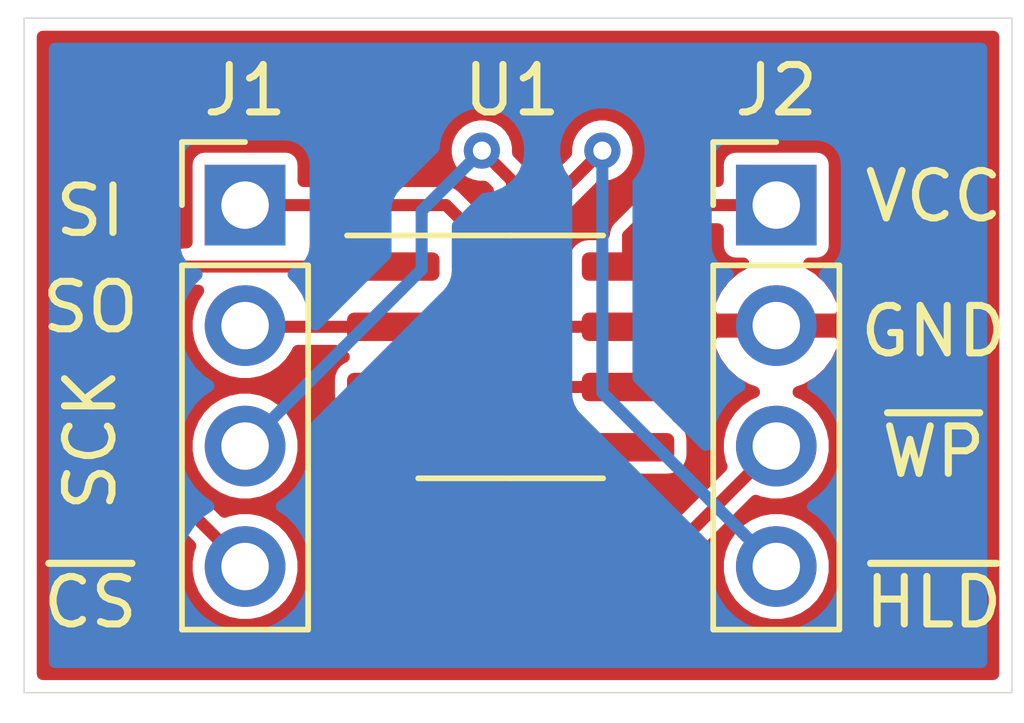
<source format=kicad_pcb>
(kicad_pcb (version 20171130) (host pcbnew 5.1.7+dfsg1-1)

  (general
    (thickness 1.6)
    (drawings 12)
    (tracks 42)
    (zones 0)
    (modules 3)
    (nets 9)
  )

  (page A4)
  (layers
    (0 F.Cu signal hide)
    (31 B.Cu signal)
    (32 B.Adhes user)
    (33 F.Adhes user)
    (34 B.Paste user)
    (35 F.Paste user)
    (36 B.SilkS user)
    (37 F.SilkS user)
    (38 B.Mask user)
    (39 F.Mask user)
    (40 Dwgs.User user)
    (41 Cmts.User user)
    (42 Eco1.User user)
    (43 Eco2.User user)
    (44 Edge.Cuts user)
    (45 Margin user)
    (46 B.CrtYd user)
    (47 F.CrtYd user)
    (48 B.Fab user)
    (49 F.Fab user)
  )

  (setup
    (last_trace_width 0.254)
    (trace_clearance 0.254)
    (zone_clearance 0.508)
    (zone_45_only no)
    (trace_min 0.000152)
    (via_size 0.762)
    (via_drill 0.381)
    (via_min_size 0.000686)
    (via_min_drill 0.00033)
    (uvia_size 0.762)
    (uvia_drill 0.381)
    (uvias_allowed no)
    (uvia_min_size 0.000686)
    (uvia_min_drill 0.00033)
    (edge_width 0.05)
    (segment_width 0.2)
    (pcb_text_width 0.3)
    (pcb_text_size 1.5 1.5)
    (mod_edge_width 0.12)
    (mod_text_size 1 1)
    (mod_text_width 0.15)
    (pad_size 1.524 1.524)
    (pad_drill 0.762)
    (pad_to_mask_clearance 0.0508)
    (solder_mask_min_width 0.1016)
    (aux_axis_origin 0 0)
    (visible_elements FFFFFF7F)
    (pcbplotparams
      (layerselection 0x010f0_ffffffff)
      (usegerberextensions true)
      (usegerberattributes true)
      (usegerberadvancedattributes true)
      (creategerberjobfile true)
      (excludeedgelayer true)
      (linewidth 0.100000)
      (plotframeref false)
      (viasonmask false)
      (mode 1)
      (useauxorigin false)
      (hpglpennumber 1)
      (hpglpenspeed 20)
      (hpglpendiameter 15.000000)
      (psnegative false)
      (psa4output false)
      (plotreference true)
      (plotvalue false)
      (plotinvisibletext false)
      (padsonsilk true)
      (subtractmaskfromsilk false)
      (outputformat 1)
      (mirror false)
      (drillshape 0)
      (scaleselection 1)
      (outputdirectory "gerber/"))
  )

  (net 0 "")
  (net 1 "Net-(J1-Pad1)")
  (net 2 "Net-(J1-Pad2)")
  (net 3 "Net-(J1-Pad3)")
  (net 4 "Net-(J1-Pad4)")
  (net 5 "Net-(J2-Pad4)")
  (net 6 "Net-(J2-Pad3)")
  (net 7 "Net-(J2-Pad2)")
  (net 8 "Net-(J2-Pad1)")

  (net_class Default "This is the default net class."
    (clearance 0.254)
    (trace_width 0.254)
    (via_dia 0.762)
    (via_drill 0.381)
    (uvia_dia 0.762)
    (uvia_drill 0.381)
    (add_net "Net-(J1-Pad1)")
    (add_net "Net-(J1-Pad2)")
    (add_net "Net-(J1-Pad3)")
    (add_net "Net-(J1-Pad4)")
    (add_net "Net-(J2-Pad1)")
    (add_net "Net-(J2-Pad2)")
    (add_net "Net-(J2-Pad3)")
    (add_net "Net-(J2-Pad4)")
  )

  (module Connector_PinHeader_2.54mm:PinHeader_1x04_P2.54mm_Vertical (layer F.Cu) (tedit 59FED5CC) (tstamp 5F9CE284)
    (at 155.027 96.4)
    (descr "Through hole straight pin header, 1x04, 2.54mm pitch, single row")
    (tags "Through hole pin header THT 1x04 2.54mm single row")
    (path /5F9CA9EA)
    (fp_text reference J1 (at 0 -2.42) (layer F.SilkS)
      (effects (font (size 1 1) (thickness 0.15)))
    )
    (fp_text value Conn_01x04_Male (at 0 9.95) (layer F.Fab)
      (effects (font (size 1 1) (thickness 0.15)))
    )
    (fp_line (start -0.635 -1.27) (end 1.27 -1.27) (layer F.Fab) (width 0.1))
    (fp_line (start 1.27 -1.27) (end 1.27 8.89) (layer F.Fab) (width 0.1))
    (fp_line (start 1.27 8.89) (end -1.27 8.89) (layer F.Fab) (width 0.1))
    (fp_line (start -1.27 8.89) (end -1.27 -0.635) (layer F.Fab) (width 0.1))
    (fp_line (start -1.27 -0.635) (end -0.635 -1.27) (layer F.Fab) (width 0.1))
    (fp_line (start -1.33 8.95) (end 1.33 8.95) (layer F.SilkS) (width 0.12))
    (fp_line (start -1.33 1.27) (end -1.33 8.95) (layer F.SilkS) (width 0.12))
    (fp_line (start 1.33 1.27) (end 1.33 8.95) (layer F.SilkS) (width 0.12))
    (fp_line (start -1.33 1.27) (end 1.33 1.27) (layer F.SilkS) (width 0.12))
    (fp_line (start -1.33 0) (end -1.33 -1.33) (layer F.SilkS) (width 0.12))
    (fp_line (start -1.33 -1.33) (end 0 -1.33) (layer F.SilkS) (width 0.12))
    (fp_line (start -1.8 -1.8) (end -1.8 9.4) (layer F.CrtYd) (width 0.05))
    (fp_line (start -1.8 9.4) (end 1.8 9.4) (layer F.CrtYd) (width 0.05))
    (fp_line (start 1.8 9.4) (end 1.8 -1.8) (layer F.CrtYd) (width 0.05))
    (fp_line (start 1.8 -1.8) (end -1.8 -1.8) (layer F.CrtYd) (width 0.05))
    (fp_text user %R (at 0 3.81 90) (layer F.Fab)
      (effects (font (size 1 1) (thickness 0.15)))
    )
    (pad 1 thru_hole rect (at 0 0) (size 1.7 1.7) (drill 1) (layers *.Cu *.Mask)
      (net 1 "Net-(J1-Pad1)"))
    (pad 2 thru_hole oval (at 0 2.54) (size 1.7 1.7) (drill 1) (layers *.Cu *.Mask)
      (net 2 "Net-(J1-Pad2)"))
    (pad 3 thru_hole oval (at 0 5.08) (size 1.7 1.7) (drill 1) (layers *.Cu *.Mask)
      (net 3 "Net-(J1-Pad3)"))
    (pad 4 thru_hole oval (at 0 7.62) (size 1.7 1.7) (drill 1) (layers *.Cu *.Mask)
      (net 4 "Net-(J1-Pad4)"))
    (model ${KISYS3DMOD}/Connector_PinHeader_2.54mm.3dshapes/PinHeader_1x04_P2.54mm_Vertical.wrl
      (at (xyz 0 0 0))
      (scale (xyz 1 1 1))
      (rotate (xyz 0 0 0))
    )
  )

  (module Connector_PinHeader_2.54mm:PinHeader_1x04_P2.54mm_Vertical (layer F.Cu) (tedit 59FED5CC) (tstamp 5F9CDEC5)
    (at 166.227 96.4)
    (descr "Through hole straight pin header, 1x04, 2.54mm pitch, single row")
    (tags "Through hole pin header THT 1x04 2.54mm single row")
    (path /5F9CCD38)
    (fp_text reference J2 (at 0 -2.42) (layer F.SilkS)
      (effects (font (size 1 1) (thickness 0.15)))
    )
    (fp_text value Conn_01x04_Male (at 0 9.95) (layer F.Fab)
      (effects (font (size 1 1) (thickness 0.15)))
    )
    (fp_line (start 1.8 -1.8) (end -1.8 -1.8) (layer F.CrtYd) (width 0.05))
    (fp_line (start 1.8 9.4) (end 1.8 -1.8) (layer F.CrtYd) (width 0.05))
    (fp_line (start -1.8 9.4) (end 1.8 9.4) (layer F.CrtYd) (width 0.05))
    (fp_line (start -1.8 -1.8) (end -1.8 9.4) (layer F.CrtYd) (width 0.05))
    (fp_line (start -1.33 -1.33) (end 0 -1.33) (layer F.SilkS) (width 0.12))
    (fp_line (start -1.33 0) (end -1.33 -1.33) (layer F.SilkS) (width 0.12))
    (fp_line (start -1.33 1.27) (end 1.33 1.27) (layer F.SilkS) (width 0.12))
    (fp_line (start 1.33 1.27) (end 1.33 8.95) (layer F.SilkS) (width 0.12))
    (fp_line (start -1.33 1.27) (end -1.33 8.95) (layer F.SilkS) (width 0.12))
    (fp_line (start -1.33 8.95) (end 1.33 8.95) (layer F.SilkS) (width 0.12))
    (fp_line (start -1.27 -0.635) (end -0.635 -1.27) (layer F.Fab) (width 0.1))
    (fp_line (start -1.27 8.89) (end -1.27 -0.635) (layer F.Fab) (width 0.1))
    (fp_line (start 1.27 8.89) (end -1.27 8.89) (layer F.Fab) (width 0.1))
    (fp_line (start 1.27 -1.27) (end 1.27 8.89) (layer F.Fab) (width 0.1))
    (fp_line (start -0.635 -1.27) (end 1.27 -1.27) (layer F.Fab) (width 0.1))
    (fp_text user %R (at 0 3.81 90) (layer F.Fab)
      (effects (font (size 1 1) (thickness 0.15)))
    )
    (pad 4 thru_hole oval (at 0 7.62) (size 1.7 1.7) (drill 1) (layers *.Cu *.Mask)
      (net 5 "Net-(J2-Pad4)"))
    (pad 3 thru_hole oval (at 0 5.08) (size 1.7 1.7) (drill 1) (layers *.Cu *.Mask)
      (net 6 "Net-(J2-Pad3)"))
    (pad 2 thru_hole oval (at 0 2.54) (size 1.7 1.7) (drill 1) (layers *.Cu *.Mask)
      (net 7 "Net-(J2-Pad2)"))
    (pad 1 thru_hole rect (at 0 0) (size 1.7 1.7) (drill 1) (layers *.Cu *.Mask)
      (net 8 "Net-(J2-Pad1)"))
    (model ${KISYS3DMOD}/Connector_PinHeader_2.54mm.3dshapes/PinHeader_1x04_P2.54mm_Vertical.wrl
      (at (xyz 0 0 0))
      (scale (xyz 1 1 1))
      (rotate (xyz 0 0 0))
    )
  )

  (module Package_SO:SOIC-8_3.9x4.9mm_P1.27mm (layer F.Cu) (tedit 5D9F72B1) (tstamp 5F9CDF3E)
    (at 160.627 99.6)
    (descr "SOIC, 8 Pin (JEDEC MS-012AA, https://www.analog.com/media/en/package-pcb-resources/package/pkg_pdf/soic_narrow-r/r_8.pdf), generated with kicad-footprint-generator ipc_gullwing_generator.py")
    (tags "SOIC SO")
    (path /5F9C9757)
    (attr smd)
    (fp_text reference U1 (at 0.028 -5.62) (layer F.SilkS)
      (effects (font (size 1 1) (thickness 0.15)))
    )
    (fp_text value AT25SF081-SSHD-X (at 0 3.4) (layer F.Fab)
      (effects (font (size 1 1) (thickness 0.15)))
    )
    (fp_line (start 0 2.56) (end 1.95 2.56) (layer F.SilkS) (width 0.12))
    (fp_line (start 0 2.56) (end -1.95 2.56) (layer F.SilkS) (width 0.12))
    (fp_line (start 0 -2.56) (end 1.95 -2.56) (layer F.SilkS) (width 0.12))
    (fp_line (start 0 -2.56) (end -3.45 -2.56) (layer F.SilkS) (width 0.12))
    (fp_line (start -0.975 -2.45) (end 1.95 -2.45) (layer F.Fab) (width 0.1))
    (fp_line (start 1.95 -2.45) (end 1.95 2.45) (layer F.Fab) (width 0.1))
    (fp_line (start 1.95 2.45) (end -1.95 2.45) (layer F.Fab) (width 0.1))
    (fp_line (start -1.95 2.45) (end -1.95 -1.475) (layer F.Fab) (width 0.1))
    (fp_line (start -1.95 -1.475) (end -0.975 -2.45) (layer F.Fab) (width 0.1))
    (fp_line (start -3.7 -2.7) (end -3.7 2.7) (layer F.CrtYd) (width 0.05))
    (fp_line (start -3.7 2.7) (end 3.7 2.7) (layer F.CrtYd) (width 0.05))
    (fp_line (start 3.7 2.7) (end 3.7 -2.7) (layer F.CrtYd) (width 0.05))
    (fp_line (start 3.7 -2.7) (end -3.7 -2.7) (layer F.CrtYd) (width 0.05))
    (fp_text user %R (at 0 0) (layer F.Fab)
      (effects (font (size 0.98 0.98) (thickness 0.15)))
    )
    (pad 1 smd roundrect (at -2.475 -1.905) (size 1.95 0.6) (layers F.Cu F.Paste F.Mask) (roundrect_rratio 0.25)
      (net 4 "Net-(J1-Pad4)"))
    (pad 2 smd roundrect (at -2.475 -0.635) (size 1.95 0.6) (layers F.Cu F.Paste F.Mask) (roundrect_rratio 0.25)
      (net 2 "Net-(J1-Pad2)"))
    (pad 3 smd roundrect (at -2.475 0.635) (size 1.95 0.6) (layers F.Cu F.Paste F.Mask) (roundrect_rratio 0.25)
      (net 6 "Net-(J2-Pad3)"))
    (pad 4 smd roundrect (at -2.475 1.905) (size 1.95 0.6) (layers F.Cu F.Paste F.Mask) (roundrect_rratio 0.25)
      (net 7 "Net-(J2-Pad2)"))
    (pad 5 smd roundrect (at 2.475 1.905) (size 1.95 0.6) (layers F.Cu F.Paste F.Mask) (roundrect_rratio 0.25)
      (net 1 "Net-(J1-Pad1)"))
    (pad 6 smd roundrect (at 2.475 0.635) (size 1.95 0.6) (layers F.Cu F.Paste F.Mask) (roundrect_rratio 0.25)
      (net 3 "Net-(J1-Pad3)"))
    (pad 7 smd roundrect (at 2.475 -0.635) (size 1.95 0.6) (layers F.Cu F.Paste F.Mask) (roundrect_rratio 0.25)
      (net 5 "Net-(J2-Pad4)"))
    (pad 8 smd roundrect (at 2.475 -1.905) (size 1.95 0.6) (layers F.Cu F.Paste F.Mask) (roundrect_rratio 0.25)
      (net 8 "Net-(J2-Pad1)"))
    (model ${KISYS3DMOD}/Package_SO.3dshapes/SOIC-8_3.9x4.9mm_P1.27mm.wrl
      (at (xyz 0 0 0))
      (scale (xyz 1 1 1))
      (rotate (xyz 0 0 0))
    )
  )

  (gr_text ~CS (at 151.765 104.775) (layer F.SilkS)
    (effects (font (size 1 1) (thickness 0.15)))
  )
  (gr_text SCK (at 151.765 101.346 90) (layer F.SilkS)
    (effects (font (size 1 1) (thickness 0.15)))
  )
  (gr_text SO (at 151.765 98.552) (layer F.SilkS)
    (effects (font (size 1 1) (thickness 0.15)))
  )
  (gr_text SI (at 151.765 96.52) (layer F.SilkS)
    (effects (font (size 1 1) (thickness 0.15)))
  )
  (gr_text VCC (at 169.545 96.2152) (layer F.SilkS)
    (effects (font (size 1 1) (thickness 0.15)))
  )
  (gr_line (start 171.196 106.68) (end 150.368 106.68) (layer Edge.Cuts) (width 0.0254) (tstamp 5F9CE2CD))
  (gr_line (start 171.196 92.456) (end 171.196 106.68) (layer Edge.Cuts) (width 0.0254))
  (gr_line (start 150.368 92.456) (end 171.196 92.456) (layer Edge.Cuts) (width 0.0254))
  (gr_line (start 150.368 106.68) (end 150.368 92.456) (layer Edge.Cuts) (width 0.0254))
  (gr_text ~HLD (at 169.545 104.775) (layer F.SilkS)
    (effects (font (size 1 1) (thickness 0.15)))
  )
  (gr_text ~WP (at 169.545 101.6) (layer F.SilkS)
    (effects (font (size 1 1) (thickness 0.15)))
  )
  (gr_text GND (at 169.545 99.06) (layer F.SilkS)
    (effects (font (size 1 1) (thickness 0.15)))
  )

  (segment (start 163.102 101.505) (end 161.195 101.505) (width 0.254) (layer F.Cu) (net 1))
  (segment (start 160.52801 100.83801) (end 160.52801 100.45699) (width 0.254) (layer F.Cu) (net 1))
  (segment (start 161.195 101.505) (end 160.52801 100.83801) (width 0.254) (layer F.Cu) (net 1))
  (segment (start 160.52801 100.45699) (end 160.02 99.94898) (width 0.254) (layer F.Cu) (net 1))
  (segment (start 160.02 99.94898) (end 160.02 97.155) (width 0.254) (layer F.Cu) (net 1))
  (segment (start 159.265 96.4) (end 155.027 96.4) (width 0.254) (layer F.Cu) (net 1))
  (segment (start 160.02 97.155) (end 159.265 96.4) (width 0.254) (layer F.Cu) (net 1))
  (segment (start 155.052 98.965) (end 155.027 98.94) (width 0.254) (layer F.Cu) (net 2))
  (segment (start 158.152 98.965) (end 155.052 98.965) (width 0.254) (layer F.Cu) (net 2))
  (segment (start 163.102 100.235) (end 162.112 100.235) (width 0.25) (layer F.Cu) (net 3))
  (segment (start 163.102 100.235) (end 161.195 100.235) (width 0.254) (layer F.Cu) (net 3))
  (segment (start 161.195 100.235) (end 160.655 99.695) (width 0.254) (layer F.Cu) (net 3))
  (segment (start 160.655 99.695) (end 160.655 97.071566) (width 0.254) (layer F.Cu) (net 3))
  (via (at 160.02 95.25) (size 0.762) (drill 0.381) (layers F.Cu B.Cu) (net 3))
  (segment (start 160.655 95.885) (end 160.02 95.25) (width 0.254) (layer F.Cu) (net 3))
  (segment (start 160.655 97.071566) (end 160.655 95.885) (width 0.254) (layer F.Cu) (net 3))
  (segment (start 160.02 95.25) (end 158.75 96.52) (width 0.254) (layer B.Cu) (net 3))
  (segment (start 158.75 97.757) (end 155.027 101.48) (width 0.254) (layer B.Cu) (net 3))
  (segment (start 158.75 96.52) (end 158.75 97.757) (width 0.254) (layer B.Cu) (net 3))
  (segment (start 158.152 97.695) (end 153.765 97.695) (width 0.254) (layer F.Cu) (net 4))
  (segment (start 153.765 97.695) (end 153.035 98.425) (width 0.254) (layer F.Cu) (net 4))
  (segment (start 153.035 102.028) (end 155.027 104.02) (width 0.254) (layer F.Cu) (net 4))
  (segment (start 153.035 98.425) (end 153.035 102.028) (width 0.254) (layer F.Cu) (net 4))
  (segment (start 163.102 98.965) (end 162.127 98.965) (width 0.25) (layer F.Cu) (net 5))
  (segment (start 163.102 98.965) (end 161.83 98.965) (width 0.254) (layer F.Cu) (net 5))
  (segment (start 161.83 98.965) (end 161.74599 98.88099) (width 0.254) (layer F.Cu) (net 5))
  (segment (start 161.74599 98.88099) (end 161.29 98.425) (width 0.254) (layer F.Cu) (net 5))
  (segment (start 161.29 98.425) (end 161.29 96.52) (width 0.254) (layer F.Cu) (net 5))
  (via (at 162.56 95.25) (size 0.762) (drill 0.381) (layers F.Cu B.Cu) (net 5))
  (segment (start 161.29 96.52) (end 162.56 95.25) (width 0.254) (layer F.Cu) (net 5))
  (segment (start 162.56 100.353) (end 166.227 104.02) (width 0.254) (layer B.Cu) (net 5))
  (segment (start 162.56 95.25) (end 162.56 100.353) (width 0.254) (layer B.Cu) (net 5))
  (segment (start 158.152 100.235) (end 159.29 100.235) (width 0.254) (layer F.Cu) (net 6))
  (segment (start 159.29 100.235) (end 160.02 100.965) (width 0.254) (layer F.Cu) (net 6))
  (segment (start 160.02 100.965) (end 160.02 102.235) (width 0.254) (layer F.Cu) (net 6))
  (segment (start 160.02 102.235) (end 161.925 104.14) (width 0.254) (layer F.Cu) (net 6))
  (segment (start 163.567 104.14) (end 166.227 101.48) (width 0.254) (layer F.Cu) (net 6))
  (segment (start 161.925 104.14) (end 163.567 104.14) (width 0.254) (layer F.Cu) (net 6))
  (segment (start 166.127 96.5) (end 166.227 96.4) (width 0.25) (layer F.Cu) (net 8))
  (segment (start 163.102 97.695) (end 163.102 97.0448) (width 0.254) (layer F.Cu) (net 8))
  (segment (start 163.7468 96.4) (end 166.227 96.4) (width 0.254) (layer F.Cu) (net 8))
  (segment (start 163.102 97.0448) (end 163.7468 96.4) (width 0.254) (layer F.Cu) (net 8))

  (zone (net 7) (net_name "Net-(J2-Pad2)") (layer F.Cu) (tstamp 5F9CE82F) (hatch edge 0.508)
    (connect_pads (clearance 0.254))
    (min_thickness 0.254)
    (fill yes (arc_segments 32) (thermal_gap 0.508) (thermal_bridge_width 0.508))
    (polygon
      (pts
        (xy 172.085 107.315) (xy 149.86 107.315) (xy 149.86 92.075) (xy 172.085 92.075)
      )
    )
    (filled_polygon
      (pts
        (xy 170.802301 106.2863) (xy 150.7617 106.2863) (xy 150.7617 98.425) (xy 152.524543 98.425) (xy 152.527 98.449944)
        (xy 152.527001 102.003046) (xy 152.524543 102.028) (xy 152.531442 102.098043) (xy 152.534352 102.127585) (xy 152.552631 102.187843)
        (xy 152.5634 102.223343) (xy 152.610571 102.311595) (xy 152.63022 102.335537) (xy 152.674053 102.388948) (xy 152.69343 102.40485)
        (xy 153.874413 103.585834) (xy 153.843307 103.660931) (xy 153.796 103.898757) (xy 153.796 104.141243) (xy 153.843307 104.379069)
        (xy 153.936102 104.603097) (xy 154.07082 104.804717) (xy 154.242283 104.97618) (xy 154.443903 105.110898) (xy 154.667931 105.203693)
        (xy 154.905757 105.251) (xy 155.148243 105.251) (xy 155.386069 105.203693) (xy 155.610097 105.110898) (xy 155.811717 104.97618)
        (xy 155.98318 104.804717) (xy 156.117898 104.603097) (xy 156.210693 104.379069) (xy 156.258 104.141243) (xy 156.258 103.898757)
        (xy 156.210693 103.660931) (xy 156.117898 103.436903) (xy 155.98318 103.235283) (xy 155.811717 103.06382) (xy 155.610097 102.929102)
        (xy 155.386069 102.836307) (xy 155.148243 102.789) (xy 154.905757 102.789) (xy 154.667931 102.836307) (xy 154.592834 102.867413)
        (xy 153.543 101.81758) (xy 153.543 101.358757) (xy 153.796 101.358757) (xy 153.796 101.601243) (xy 153.843307 101.839069)
        (xy 153.936102 102.063097) (xy 154.07082 102.264717) (xy 154.242283 102.43618) (xy 154.443903 102.570898) (xy 154.667931 102.663693)
        (xy 154.905757 102.711) (xy 155.148243 102.711) (xy 155.386069 102.663693) (xy 155.610097 102.570898) (xy 155.811717 102.43618)
        (xy 155.98318 102.264717) (xy 156.117898 102.063097) (xy 156.210693 101.839069) (xy 156.217469 101.805) (xy 156.538928 101.805)
        (xy 156.551188 101.929482) (xy 156.587498 102.04918) (xy 156.646463 102.159494) (xy 156.725815 102.256185) (xy 156.822506 102.335537)
        (xy 156.93282 102.394502) (xy 157.052518 102.430812) (xy 157.177 102.443072) (xy 157.86625 102.44) (xy 158.025 102.28125)
        (xy 158.025 101.632) (xy 156.70075 101.632) (xy 156.542 101.79075) (xy 156.538928 101.805) (xy 156.217469 101.805)
        (xy 156.258 101.601243) (xy 156.258 101.358757) (xy 156.210693 101.120931) (xy 156.117898 100.896903) (xy 155.98318 100.695283)
        (xy 155.811717 100.52382) (xy 155.610097 100.389102) (xy 155.386069 100.296307) (xy 155.148243 100.249) (xy 154.905757 100.249)
        (xy 154.667931 100.296307) (xy 154.443903 100.389102) (xy 154.242283 100.52382) (xy 154.07082 100.695283) (xy 153.936102 100.896903)
        (xy 153.843307 101.120931) (xy 153.796 101.358757) (xy 153.543 101.358757) (xy 153.543 98.63542) (xy 153.97542 98.203)
        (xy 154.038937 98.203) (xy 153.936102 98.356903) (xy 153.843307 98.580931) (xy 153.796 98.818757) (xy 153.796 99.061243)
        (xy 153.843307 99.299069) (xy 153.936102 99.523097) (xy 154.07082 99.724717) (xy 154.242283 99.89618) (xy 154.443903 100.030898)
        (xy 154.667931 100.123693) (xy 154.905757 100.171) (xy 155.148243 100.171) (xy 155.386069 100.123693) (xy 155.610097 100.030898)
        (xy 155.811717 99.89618) (xy 155.98318 99.724717) (xy 156.117898 99.523097) (xy 156.138649 99.473) (xy 156.934813 99.473)
        (xy 156.950223 99.491777) (xy 157.030968 99.558043) (xy 157.109464 99.6) (xy 157.030968 99.641957) (xy 156.950223 99.708223)
        (xy 156.883957 99.788968) (xy 156.834717 99.88109) (xy 156.804395 99.981047) (xy 156.794157 100.085) (xy 156.794157 100.385)
        (xy 156.804395 100.488953) (xy 156.834717 100.58891) (xy 156.867571 100.650375) (xy 156.822506 100.674463) (xy 156.725815 100.753815)
        (xy 156.646463 100.850506) (xy 156.587498 100.96082) (xy 156.551188 101.080518) (xy 156.538928 101.205) (xy 156.542 101.21925)
        (xy 156.70075 101.378) (xy 158.025 101.378) (xy 158.025 101.358) (xy 158.279 101.358) (xy 158.279 101.378)
        (xy 158.299 101.378) (xy 158.299 101.632) (xy 158.279 101.632) (xy 158.279 102.28125) (xy 158.43775 102.44)
        (xy 159.127 102.443072) (xy 159.251482 102.430812) (xy 159.37118 102.394502) (xy 159.481494 102.335537) (xy 159.516607 102.30672)
        (xy 159.519352 102.334584) (xy 159.5484 102.430343) (xy 159.595571 102.518595) (xy 159.638495 102.570898) (xy 159.659053 102.595948)
        (xy 159.67843 102.61185) (xy 161.548145 104.481565) (xy 161.564052 104.500948) (xy 161.641405 104.564429) (xy 161.729657 104.611601)
        (xy 161.825415 104.640649) (xy 161.900053 104.648) (xy 161.900056 104.648) (xy 161.925 104.650457) (xy 161.949944 104.648)
        (xy 163.542056 104.648) (xy 163.567 104.650457) (xy 163.591944 104.648) (xy 163.591947 104.648) (xy 163.666585 104.640649)
        (xy 163.762343 104.611601) (xy 163.850595 104.564429) (xy 163.927948 104.500948) (xy 163.943855 104.481565) (xy 164.526663 103.898757)
        (xy 164.996 103.898757) (xy 164.996 104.141243) (xy 165.043307 104.379069) (xy 165.136102 104.603097) (xy 165.27082 104.804717)
        (xy 165.442283 104.97618) (xy 165.643903 105.110898) (xy 165.867931 105.203693) (xy 166.105757 105.251) (xy 166.348243 105.251)
        (xy 166.586069 105.203693) (xy 166.810097 105.110898) (xy 167.011717 104.97618) (xy 167.18318 104.804717) (xy 167.317898 104.603097)
        (xy 167.410693 104.379069) (xy 167.458 104.141243) (xy 167.458 103.898757) (xy 167.410693 103.660931) (xy 167.317898 103.436903)
        (xy 167.18318 103.235283) (xy 167.011717 103.06382) (xy 166.810097 102.929102) (xy 166.586069 102.836307) (xy 166.348243 102.789)
        (xy 166.105757 102.789) (xy 165.867931 102.836307) (xy 165.643903 102.929102) (xy 165.442283 103.06382) (xy 165.27082 103.235283)
        (xy 165.136102 103.436903) (xy 165.043307 103.660931) (xy 164.996 103.898757) (xy 164.526663 103.898757) (xy 165.792834 102.632587)
        (xy 165.867931 102.663693) (xy 166.105757 102.711) (xy 166.348243 102.711) (xy 166.586069 102.663693) (xy 166.810097 102.570898)
        (xy 167.011717 102.43618) (xy 167.18318 102.264717) (xy 167.317898 102.063097) (xy 167.410693 101.839069) (xy 167.458 101.601243)
        (xy 167.458 101.358757) (xy 167.410693 101.120931) (xy 167.317898 100.896903) (xy 167.18318 100.695283) (xy 167.011717 100.52382)
        (xy 166.810097 100.389102) (xy 166.695832 100.341772) (xy 166.858252 100.284157) (xy 167.108355 100.135178) (xy 167.324588 99.940269)
        (xy 167.498641 99.70692) (xy 167.623825 99.444099) (xy 167.668476 99.29689) (xy 167.547155 99.067) (xy 166.354 99.067)
        (xy 166.354 99.087) (xy 166.1 99.087) (xy 166.1 99.067) (xy 164.906845 99.067) (xy 164.785524 99.29689)
        (xy 164.830175 99.444099) (xy 164.955359 99.70692) (xy 165.129412 99.940269) (xy 165.345645 100.135178) (xy 165.595748 100.284157)
        (xy 165.758168 100.341772) (xy 165.643903 100.389102) (xy 165.442283 100.52382) (xy 165.27082 100.695283) (xy 165.136102 100.896903)
        (xy 165.043307 101.120931) (xy 164.996 101.358757) (xy 164.996 101.601243) (xy 165.043307 101.839069) (xy 165.074413 101.914166)
        (xy 163.35658 103.632) (xy 162.13542 103.632) (xy 160.528 102.02458) (xy 160.528 101.556421) (xy 160.818149 101.84657)
        (xy 160.834052 101.865948) (xy 160.853429 101.88185) (xy 160.911404 101.929429) (xy 160.999655 101.9766) (xy 160.999657 101.976601)
        (xy 161.095415 102.005649) (xy 161.170053 102.013) (xy 161.170055 102.013) (xy 161.194999 102.015457) (xy 161.219943 102.013)
        (xy 161.884813 102.013) (xy 161.900223 102.031777) (xy 161.980968 102.098043) (xy 162.07309 102.147283) (xy 162.173047 102.177605)
        (xy 162.277 102.187843) (xy 163.927 102.187843) (xy 164.030953 102.177605) (xy 164.13091 102.147283) (xy 164.223032 102.098043)
        (xy 164.303777 102.031777) (xy 164.370043 101.951032) (xy 164.419283 101.85891) (xy 164.449605 101.758953) (xy 164.459843 101.655)
        (xy 164.459843 101.355) (xy 164.449605 101.251047) (xy 164.419283 101.15109) (xy 164.370043 101.058968) (xy 164.303777 100.978223)
        (xy 164.223032 100.911957) (xy 164.144536 100.87) (xy 164.223032 100.828043) (xy 164.303777 100.761777) (xy 164.370043 100.681032)
        (xy 164.419283 100.58891) (xy 164.449605 100.488953) (xy 164.459843 100.385) (xy 164.459843 100.085) (xy 164.449605 99.981047)
        (xy 164.419283 99.88109) (xy 164.370043 99.788968) (xy 164.303777 99.708223) (xy 164.223032 99.641957) (xy 164.144536 99.6)
        (xy 164.223032 99.558043) (xy 164.303777 99.491777) (xy 164.370043 99.411032) (xy 164.419283 99.31891) (xy 164.449605 99.218953)
        (xy 164.459843 99.115) (xy 164.459843 98.815) (xy 164.449605 98.711047) (xy 164.419283 98.61109) (xy 164.370043 98.518968)
        (xy 164.303777 98.438223) (xy 164.223032 98.371957) (xy 164.144536 98.33) (xy 164.223032 98.288043) (xy 164.303777 98.221777)
        (xy 164.370043 98.141032) (xy 164.419283 98.04891) (xy 164.449605 97.948953) (xy 164.459843 97.845) (xy 164.459843 97.545)
        (xy 164.449605 97.441047) (xy 164.419283 97.34109) (xy 164.370043 97.248968) (xy 164.303777 97.168223) (xy 164.223032 97.101957)
        (xy 164.13091 97.052717) (xy 164.030953 97.022395) (xy 163.927 97.012157) (xy 163.853063 97.012157) (xy 163.95722 96.908)
        (xy 164.994157 96.908) (xy 164.994157 97.25) (xy 165.001513 97.324689) (xy 165.023299 97.396508) (xy 165.058678 97.462696)
        (xy 165.106289 97.520711) (xy 165.164304 97.568322) (xy 165.230492 97.603701) (xy 165.302311 97.625487) (xy 165.377 97.632843)
        (xy 165.533633 97.632843) (xy 165.345645 97.744822) (xy 165.129412 97.939731) (xy 164.955359 98.17308) (xy 164.830175 98.435901)
        (xy 164.785524 98.58311) (xy 164.906845 98.813) (xy 166.1 98.813) (xy 166.1 98.793) (xy 166.354 98.793)
        (xy 166.354 98.813) (xy 167.547155 98.813) (xy 167.668476 98.58311) (xy 167.623825 98.435901) (xy 167.498641 98.17308)
        (xy 167.324588 97.939731) (xy 167.108355 97.744822) (xy 166.920367 97.632843) (xy 167.077 97.632843) (xy 167.151689 97.625487)
        (xy 167.223508 97.603701) (xy 167.289696 97.568322) (xy 167.347711 97.520711) (xy 167.395322 97.462696) (xy 167.430701 97.396508)
        (xy 167.452487 97.324689) (xy 167.459843 97.25) (xy 167.459843 95.55) (xy 167.452487 95.475311) (xy 167.430701 95.403492)
        (xy 167.395322 95.337304) (xy 167.347711 95.279289) (xy 167.289696 95.231678) (xy 167.223508 95.196299) (xy 167.151689 95.174513)
        (xy 167.077 95.167157) (xy 165.377 95.167157) (xy 165.302311 95.174513) (xy 165.230492 95.196299) (xy 165.164304 95.231678)
        (xy 165.106289 95.279289) (xy 165.058678 95.337304) (xy 165.023299 95.403492) (xy 165.001513 95.475311) (xy 164.994157 95.55)
        (xy 164.994157 95.892) (xy 163.771744 95.892) (xy 163.7468 95.889543) (xy 163.721856 95.892) (xy 163.721853 95.892)
        (xy 163.647215 95.899351) (xy 163.551457 95.928399) (xy 163.510376 95.950357) (xy 163.463204 95.975571) (xy 163.454497 95.982717)
        (xy 163.385852 96.039052) (xy 163.369945 96.058435) (xy 162.76043 96.66795) (xy 162.741053 96.683852) (xy 162.725151 96.703229)
        (xy 162.72515 96.70323) (xy 162.677571 96.761205) (xy 162.649657 96.813429) (xy 162.6304 96.849457) (xy 162.601591 96.944429)
        (xy 162.601352 96.945216) (xy 162.594758 97.012157) (xy 162.277 97.012157) (xy 162.173047 97.022395) (xy 162.07309 97.052717)
        (xy 161.980968 97.101957) (xy 161.900223 97.168223) (xy 161.833957 97.248968) (xy 161.798 97.316239) (xy 161.798 96.73042)
        (xy 162.516421 96.012) (xy 162.63505 96.012) (xy 162.782267 95.982717) (xy 162.920942 95.925276) (xy 163.045747 95.841884)
        (xy 163.151884 95.735747) (xy 163.235276 95.610942) (xy 163.292717 95.472267) (xy 163.322 95.32505) (xy 163.322 95.17495)
        (xy 163.292717 95.027733) (xy 163.235276 94.889058) (xy 163.151884 94.764253) (xy 163.045747 94.658116) (xy 162.920942 94.574724)
        (xy 162.782267 94.517283) (xy 162.63505 94.488) (xy 162.48495 94.488) (xy 162.337733 94.517283) (xy 162.199058 94.574724)
        (xy 162.074253 94.658116) (xy 161.968116 94.764253) (xy 161.884724 94.889058) (xy 161.827283 95.027733) (xy 161.798 95.17495)
        (xy 161.798 95.293579) (xy 161.163 95.92858) (xy 161.163 95.909944) (xy 161.165457 95.885) (xy 161.163 95.860053)
        (xy 161.155649 95.785415) (xy 161.126601 95.689657) (xy 161.079429 95.601405) (xy 161.015948 95.524052) (xy 160.996565 95.508145)
        (xy 160.782 95.29358) (xy 160.782 95.17495) (xy 160.752717 95.027733) (xy 160.695276 94.889058) (xy 160.611884 94.764253)
        (xy 160.505747 94.658116) (xy 160.380942 94.574724) (xy 160.242267 94.517283) (xy 160.09505 94.488) (xy 159.94495 94.488)
        (xy 159.797733 94.517283) (xy 159.659058 94.574724) (xy 159.534253 94.658116) (xy 159.428116 94.764253) (xy 159.344724 94.889058)
        (xy 159.287283 95.027733) (xy 159.258 95.17495) (xy 159.258 95.32505) (xy 159.287283 95.472267) (xy 159.344724 95.610942)
        (xy 159.428116 95.735747) (xy 159.534253 95.841884) (xy 159.659058 95.925276) (xy 159.797733 95.982717) (xy 159.94495 96.012)
        (xy 160.06358 96.012) (xy 160.147001 96.095421) (xy 160.147 96.56358) (xy 159.641855 96.058435) (xy 159.625948 96.039052)
        (xy 159.548595 95.975571) (xy 159.460343 95.928399) (xy 159.364585 95.899351) (xy 159.289947 95.892) (xy 159.289944 95.892)
        (xy 159.265 95.889543) (xy 159.240056 95.892) (xy 156.259843 95.892) (xy 156.259843 95.55) (xy 156.252487 95.475311)
        (xy 156.230701 95.403492) (xy 156.195322 95.337304) (xy 156.147711 95.279289) (xy 156.089696 95.231678) (xy 156.023508 95.196299)
        (xy 155.951689 95.174513) (xy 155.877 95.167157) (xy 154.177 95.167157) (xy 154.102311 95.174513) (xy 154.030492 95.196299)
        (xy 153.964304 95.231678) (xy 153.906289 95.279289) (xy 153.858678 95.337304) (xy 153.823299 95.403492) (xy 153.801513 95.475311)
        (xy 153.794157 95.55) (xy 153.794157 97.187) (xy 153.789944 97.187) (xy 153.765 97.184543) (xy 153.740056 97.187)
        (xy 153.740053 97.187) (xy 153.665415 97.194351) (xy 153.569657 97.223399) (xy 153.528576 97.245357) (xy 153.481404 97.270571)
        (xy 153.453288 97.293646) (xy 153.404052 97.334052) (xy 153.388145 97.353435) (xy 152.693435 98.048145) (xy 152.674052 98.064052)
        (xy 152.610571 98.141405) (xy 152.563399 98.229658) (xy 152.534351 98.325416) (xy 152.527 98.400053) (xy 152.524543 98.425)
        (xy 150.7617 98.425) (xy 150.7617 92.8497) (xy 170.8023 92.8497)
      )
    )
  )
  (zone (net 0) (net_name "") (layer B.Cu) (tstamp 0) (hatch edge 0.508)
    (connect_pads (clearance 0.508))
    (min_thickness 0.254)
    (fill yes (arc_segments 32) (thermal_gap 0.508) (thermal_bridge_width 0.508))
    (polygon
      (pts
        (xy 171.45 107.315) (xy 149.86 107.315) (xy 149.86 92.075) (xy 171.45 92.075)
      )
    )
    (filled_polygon
      (pts
        (xy 170.548301 106.0323) (xy 151.0157 106.0323) (xy 151.0157 95.55) (xy 153.538928 95.55) (xy 153.538928 97.25)
        (xy 153.551188 97.374482) (xy 153.587498 97.49418) (xy 153.646463 97.604494) (xy 153.725815 97.701185) (xy 153.822506 97.780537)
        (xy 153.93282 97.839502) (xy 154.00538 97.861513) (xy 153.873525 97.993368) (xy 153.71101 98.236589) (xy 153.599068 98.506842)
        (xy 153.542 98.79374) (xy 153.542 99.08626) (xy 153.599068 99.373158) (xy 153.71101 99.643411) (xy 153.873525 99.886632)
        (xy 154.080368 100.093475) (xy 154.25476 100.21) (xy 154.080368 100.326525) (xy 153.873525 100.533368) (xy 153.71101 100.776589)
        (xy 153.599068 101.046842) (xy 153.542 101.33374) (xy 153.542 101.62626) (xy 153.599068 101.913158) (xy 153.71101 102.183411)
        (xy 153.873525 102.426632) (xy 154.080368 102.633475) (xy 154.25476 102.75) (xy 154.080368 102.866525) (xy 153.873525 103.073368)
        (xy 153.71101 103.316589) (xy 153.599068 103.586842) (xy 153.542 103.87374) (xy 153.542 104.16626) (xy 153.599068 104.453158)
        (xy 153.71101 104.723411) (xy 153.873525 104.966632) (xy 154.080368 105.173475) (xy 154.323589 105.33599) (xy 154.593842 105.447932)
        (xy 154.88074 105.505) (xy 155.17326 105.505) (xy 155.460158 105.447932) (xy 155.730411 105.33599) (xy 155.973632 105.173475)
        (xy 156.180475 104.966632) (xy 156.34299 104.723411) (xy 156.454932 104.453158) (xy 156.512 104.16626) (xy 156.512 103.87374)
        (xy 156.454932 103.586842) (xy 156.34299 103.316589) (xy 156.180475 103.073368) (xy 155.973632 102.866525) (xy 155.79924 102.75)
        (xy 155.973632 102.633475) (xy 156.180475 102.426632) (xy 156.34299 102.183411) (xy 156.454932 101.913158) (xy 156.512 101.62626)
        (xy 156.512 101.33374) (xy 156.468679 101.115951) (xy 159.262352 98.322279) (xy 159.291422 98.298422) (xy 159.386645 98.182392)
        (xy 159.457402 98.050015) (xy 159.500974 97.906378) (xy 159.512 97.794426) (xy 159.512 97.794424) (xy 159.515686 97.757001)
        (xy 159.512 97.719578) (xy 159.512 96.83563) (xy 160.081631 96.266) (xy 160.120067 96.266) (xy 160.316356 96.226956)
        (xy 160.501256 96.150368) (xy 160.667662 96.039179) (xy 160.809179 95.897662) (xy 160.920368 95.731256) (xy 160.996956 95.546356)
        (xy 161.036 95.350067) (xy 161.036 95.149933) (xy 161.544 95.149933) (xy 161.544 95.350067) (xy 161.583044 95.546356)
        (xy 161.659632 95.731256) (xy 161.770821 95.897662) (xy 161.798 95.924841) (xy 161.798001 100.315567) (xy 161.794314 100.353)
        (xy 161.809027 100.502378) (xy 161.852599 100.646015) (xy 161.923355 100.778392) (xy 161.994721 100.865351) (xy 162.018579 100.894422)
        (xy 162.047649 100.918279) (xy 164.785321 103.655952) (xy 164.742 103.87374) (xy 164.742 104.16626) (xy 164.799068 104.453158)
        (xy 164.91101 104.723411) (xy 165.073525 104.966632) (xy 165.280368 105.173475) (xy 165.523589 105.33599) (xy 165.793842 105.447932)
        (xy 166.08074 105.505) (xy 166.37326 105.505) (xy 166.660158 105.447932) (xy 166.930411 105.33599) (xy 167.173632 105.173475)
        (xy 167.380475 104.966632) (xy 167.54299 104.723411) (xy 167.654932 104.453158) (xy 167.712 104.16626) (xy 167.712 103.87374)
        (xy 167.654932 103.586842) (xy 167.54299 103.316589) (xy 167.380475 103.073368) (xy 167.173632 102.866525) (xy 166.99924 102.75)
        (xy 167.173632 102.633475) (xy 167.380475 102.426632) (xy 167.54299 102.183411) (xy 167.654932 101.913158) (xy 167.712 101.62626)
        (xy 167.712 101.33374) (xy 167.654932 101.046842) (xy 167.54299 100.776589) (xy 167.380475 100.533368) (xy 167.173632 100.326525)
        (xy 166.99924 100.21) (xy 167.173632 100.093475) (xy 167.380475 99.886632) (xy 167.54299 99.643411) (xy 167.654932 99.373158)
        (xy 167.712 99.08626) (xy 167.712 98.79374) (xy 167.654932 98.506842) (xy 167.54299 98.236589) (xy 167.380475 97.993368)
        (xy 167.24862 97.861513) (xy 167.32118 97.839502) (xy 167.431494 97.780537) (xy 167.528185 97.701185) (xy 167.607537 97.604494)
        (xy 167.666502 97.49418) (xy 167.702812 97.374482) (xy 167.715072 97.25) (xy 167.715072 95.55) (xy 167.702812 95.425518)
        (xy 167.666502 95.30582) (xy 167.607537 95.195506) (xy 167.528185 95.098815) (xy 167.431494 95.019463) (xy 167.32118 94.960498)
        (xy 167.201482 94.924188) (xy 167.077 94.911928) (xy 165.377 94.911928) (xy 165.252518 94.924188) (xy 165.13282 94.960498)
        (xy 165.022506 95.019463) (xy 164.925815 95.098815) (xy 164.846463 95.195506) (xy 164.787498 95.30582) (xy 164.751188 95.425518)
        (xy 164.738928 95.55) (xy 164.738928 97.25) (xy 164.751188 97.374482) (xy 164.787498 97.49418) (xy 164.846463 97.604494)
        (xy 164.925815 97.701185) (xy 165.022506 97.780537) (xy 165.13282 97.839502) (xy 165.20538 97.861513) (xy 165.073525 97.993368)
        (xy 164.91101 98.236589) (xy 164.799068 98.506842) (xy 164.742 98.79374) (xy 164.742 99.08626) (xy 164.799068 99.373158)
        (xy 164.91101 99.643411) (xy 165.073525 99.886632) (xy 165.280368 100.093475) (xy 165.45476 100.21) (xy 165.280368 100.326525)
        (xy 165.073525 100.533368) (xy 164.91101 100.776589) (xy 164.799068 101.046842) (xy 164.742 101.33374) (xy 164.742 101.45737)
        (xy 163.322 100.03737) (xy 163.322 95.924841) (xy 163.349179 95.897662) (xy 163.460368 95.731256) (xy 163.536956 95.546356)
        (xy 163.576 95.350067) (xy 163.576 95.149933) (xy 163.536956 94.953644) (xy 163.460368 94.768744) (xy 163.349179 94.602338)
        (xy 163.207662 94.460821) (xy 163.041256 94.349632) (xy 162.856356 94.273044) (xy 162.660067 94.234) (xy 162.459933 94.234)
        (xy 162.263644 94.273044) (xy 162.078744 94.349632) (xy 161.912338 94.460821) (xy 161.770821 94.602338) (xy 161.659632 94.768744)
        (xy 161.583044 94.953644) (xy 161.544 95.149933) (xy 161.036 95.149933) (xy 160.996956 94.953644) (xy 160.920368 94.768744)
        (xy 160.809179 94.602338) (xy 160.667662 94.460821) (xy 160.501256 94.349632) (xy 160.316356 94.273044) (xy 160.120067 94.234)
        (xy 159.919933 94.234) (xy 159.723644 94.273044) (xy 159.538744 94.349632) (xy 159.372338 94.460821) (xy 159.230821 94.602338)
        (xy 159.119632 94.768744) (xy 159.043044 94.953644) (xy 159.004 95.149933) (xy 159.004 95.188369) (xy 158.237654 95.954716)
        (xy 158.208578 95.978578) (xy 158.158845 96.039179) (xy 158.113355 96.094608) (xy 158.083551 96.150368) (xy 158.042598 96.226986)
        (xy 157.999026 96.370623) (xy 157.988 96.482574) (xy 157.984314 96.52) (xy 157.988 96.557424) (xy 157.988001 97.441368)
        (xy 156.512 98.917369) (xy 156.512 98.79374) (xy 156.454932 98.506842) (xy 156.34299 98.236589) (xy 156.180475 97.993368)
        (xy 156.04862 97.861513) (xy 156.12118 97.839502) (xy 156.231494 97.780537) (xy 156.328185 97.701185) (xy 156.407537 97.604494)
        (xy 156.466502 97.49418) (xy 156.502812 97.374482) (xy 156.515072 97.25) (xy 156.515072 95.55) (xy 156.502812 95.425518)
        (xy 156.466502 95.30582) (xy 156.407537 95.195506) (xy 156.328185 95.098815) (xy 156.231494 95.019463) (xy 156.12118 94.960498)
        (xy 156.001482 94.924188) (xy 155.877 94.911928) (xy 154.177 94.911928) (xy 154.052518 94.924188) (xy 153.93282 94.960498)
        (xy 153.822506 95.019463) (xy 153.725815 95.098815) (xy 153.646463 95.195506) (xy 153.587498 95.30582) (xy 153.551188 95.425518)
        (xy 153.538928 95.55) (xy 151.0157 95.55) (xy 151.0157 93.1037) (xy 170.5483 93.1037)
      )
    )
  )
)

</source>
